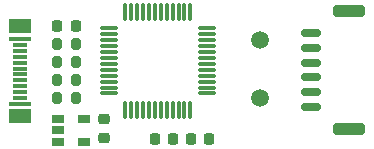
<source format=gts>
%TF.GenerationSoftware,KiCad,Pcbnew,(6.0.1)*%
%TF.CreationDate,2022-01-24T11:38:00+08:00*%
%TF.ProjectId,ST-Link_v2-1,53542d4c-696e-46b5-9f76-322d312e6b69,rev?*%
%TF.SameCoordinates,Original*%
%TF.FileFunction,Soldermask,Top*%
%TF.FilePolarity,Negative*%
%FSLAX46Y46*%
G04 Gerber Fmt 4.6, Leading zero omitted, Abs format (unit mm)*
G04 Created by KiCad (PCBNEW (6.0.1)) date 2022-01-24 11:38:00*
%MOMM*%
%LPD*%
G01*
G04 APERTURE LIST*
G04 Aperture macros list*
%AMRoundRect*
0 Rectangle with rounded corners*
0 $1 Rounding radius*
0 $2 $3 $4 $5 $6 $7 $8 $9 X,Y pos of 4 corners*
0 Add a 4 corners polygon primitive as box body*
4,1,4,$2,$3,$4,$5,$6,$7,$8,$9,$2,$3,0*
0 Add four circle primitives for the rounded corners*
1,1,$1+$1,$2,$3*
1,1,$1+$1,$4,$5*
1,1,$1+$1,$6,$7*
1,1,$1+$1,$8,$9*
0 Add four rect primitives between the rounded corners*
20,1,$1+$1,$2,$3,$4,$5,0*
20,1,$1+$1,$4,$5,$6,$7,0*
20,1,$1+$1,$6,$7,$8,$9,0*
20,1,$1+$1,$8,$9,$2,$3,0*%
G04 Aperture macros list end*
%ADD10RoundRect,0.218750X0.218750X0.256250X-0.218750X0.256250X-0.218750X-0.256250X0.218750X-0.256250X0*%
%ADD11RoundRect,0.075000X0.662500X0.075000X-0.662500X0.075000X-0.662500X-0.075000X0.662500X-0.075000X0*%
%ADD12RoundRect,0.075000X0.075000X0.662500X-0.075000X0.662500X-0.075000X-0.662500X0.075000X-0.662500X0*%
%ADD13RoundRect,0.218750X0.256250X-0.218750X0.256250X0.218750X-0.256250X0.218750X-0.256250X-0.218750X0*%
%ADD14RoundRect,0.150000X0.700000X-0.150000X0.700000X0.150000X-0.700000X0.150000X-0.700000X-0.150000X0*%
%ADD15RoundRect,0.250000X1.100000X-0.250000X1.100000X0.250000X-1.100000X0.250000X-1.100000X-0.250000X0*%
%ADD16RoundRect,0.218750X-0.218750X-0.256250X0.218750X-0.256250X0.218750X0.256250X-0.218750X0.256250X0*%
%ADD17RoundRect,0.200000X-0.200000X-0.275000X0.200000X-0.275000X0.200000X0.275000X-0.200000X0.275000X0*%
%ADD18RoundRect,0.200000X0.200000X0.275000X-0.200000X0.275000X-0.200000X-0.275000X0.200000X-0.275000X0*%
%ADD19C,1.500000*%
%ADD20R,1.850000X0.300000*%
%ADD21R,1.250000X0.300000*%
%ADD22R,1.850000X1.180000*%
%ADD23R,1.060000X0.650000*%
G04 APERTURE END LIST*
D10*
%TO.C,ST*%
X145821500Y-103378000D03*
X144246500Y-103378000D03*
%TD*%
D11*
%TO.C,U1*%
X156943500Y-109049000D03*
X156943500Y-108549000D03*
X156943500Y-108049000D03*
X156943500Y-107549000D03*
X156943500Y-107049000D03*
X156943500Y-106549000D03*
X156943500Y-106049000D03*
X156943500Y-105549000D03*
X156943500Y-105049000D03*
X156943500Y-104549000D03*
X156943500Y-104049000D03*
X156943500Y-103549000D03*
D12*
X155531000Y-102136500D03*
X155031000Y-102136500D03*
X154531000Y-102136500D03*
X154031000Y-102136500D03*
X153531000Y-102136500D03*
X153031000Y-102136500D03*
X152531000Y-102136500D03*
X152031000Y-102136500D03*
X151531000Y-102136500D03*
X151031000Y-102136500D03*
X150531000Y-102136500D03*
X150031000Y-102136500D03*
D11*
X148618500Y-103549000D03*
X148618500Y-104049000D03*
X148618500Y-104549000D03*
X148618500Y-105049000D03*
X148618500Y-105549000D03*
X148618500Y-106049000D03*
X148618500Y-106549000D03*
X148618500Y-107049000D03*
X148618500Y-107549000D03*
X148618500Y-108049000D03*
X148618500Y-108549000D03*
X148618500Y-109049000D03*
D12*
X150031000Y-110461500D03*
X150531000Y-110461500D03*
X151031000Y-110461500D03*
X151531000Y-110461500D03*
X152031000Y-110461500D03*
X152531000Y-110461500D03*
X153031000Y-110461500D03*
X153531000Y-110461500D03*
X154031000Y-110461500D03*
X154531000Y-110461500D03*
X155031000Y-110461500D03*
X155531000Y-110461500D03*
%TD*%
D10*
%TO.C,Rx*%
X157124500Y-112903000D03*
X155549500Y-112903000D03*
%TD*%
D13*
%TO.C,3.3*%
X148209000Y-112801500D03*
X148209000Y-111226500D03*
%TD*%
D14*
%TO.C,J1*%
X165790000Y-110186000D03*
X165790000Y-108936000D03*
X165790000Y-107686000D03*
X165790000Y-106436000D03*
X165790000Y-105186000D03*
X165790000Y-103936000D03*
D15*
X168990000Y-102086000D03*
X168990000Y-112036000D03*
%TD*%
D16*
%TO.C,Tx*%
X154076500Y-112903000D03*
X152501500Y-112903000D03*
%TD*%
D17*
%TO.C,R11*%
X144209000Y-104902000D03*
X145859000Y-104902000D03*
%TD*%
D18*
%TO.C,R17*%
X145859000Y-106426000D03*
X144209000Y-106426000D03*
%TD*%
D19*
%TO.C,Y1*%
X161417000Y-104521000D03*
X161417000Y-109401000D03*
%TD*%
D17*
%TO.C,R22*%
X144209000Y-109474000D03*
X145859000Y-109474000D03*
%TD*%
D18*
%TO.C,R18*%
X145859000Y-107950000D03*
X144209000Y-107950000D03*
%TD*%
D20*
%TO.C,P1*%
X141097000Y-109938000D03*
D21*
X141097000Y-109438000D03*
X141097000Y-108938000D03*
X141097000Y-108438000D03*
X141097000Y-107938000D03*
X141097000Y-107438000D03*
X141097000Y-106938000D03*
X141097000Y-106438000D03*
X141097000Y-105938000D03*
X141097000Y-105438000D03*
X141097000Y-104938000D03*
D20*
X141097000Y-104438000D03*
D22*
X141097000Y-110998000D03*
X141097000Y-103378000D03*
%TD*%
D23*
%TO.C,U2*%
X144339000Y-111226500D03*
X144339000Y-112176500D03*
X144339000Y-113126500D03*
X146539000Y-113126500D03*
X146539000Y-111226500D03*
%TD*%
M02*

</source>
